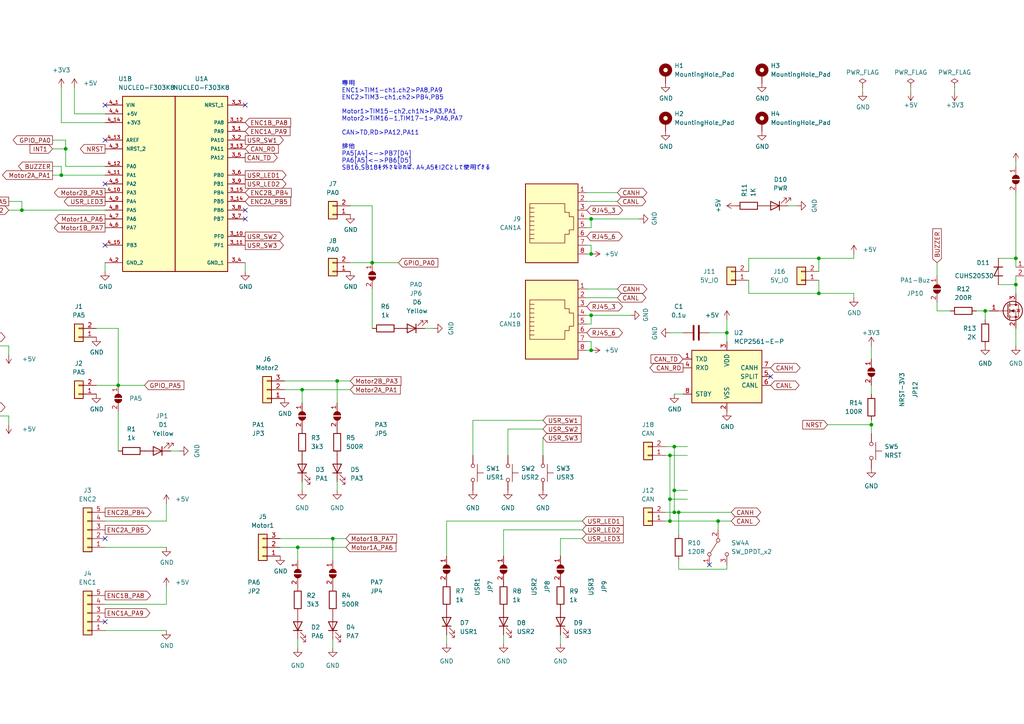
<source format=kicad_sch>
(kicad_sch (version 20231120) (generator "eeschema") (generator_version "8.0")
  (paper "A4")
  (lib_symbols
    (symbol "Connector:RJ45" (pin_names (offset 1.016))
      (property "Reference" "J" (at -5.08 13.97 0))
      (property "Value" "RJ45" (at 2.54 13.97 0))
      (symbol "RJ45_1_1"
        (pin passive line (at 10.16 -7.62 180) (length 2.54) (name "~") (number "1"))
        (pin passive line (at 10.16 -5.08 180) (length 2.54) (name "~") (number "2"))
        (pin passive line (at 10.16 -2.54 180) (length 2.54) (name "~") (number "3"))
        (pin passive line (at 10.16 0 180) (length 2.54) (name "~") (number "4"))
        (pin passive line (at 10.16 2.54 180) (length 2.54) (name "~") (number "5"))
        (pin passive line (at 10.16 5.08 180) (length 2.54) (name "~") (number "6"))
        (pin passive line (at 10.16 7.62 180) (length 2.54) (name "~") (number "7"))
        (pin passive line (at 10.16 10.16 180) (length 2.54) (name "~") (number "8"))
      )
    )
    (symbol "Connector_Generic:Conn_01x02" (pin_names (offset 1.016) hide)
      (property "Reference" "J" (at 0 2.54 0))
      (property "Value" "Conn_01x02" (at 0 -5.08 0))
      (symbol "Conn_01x02_1_1"
        (pin passive line (at -5.08 0 0) (length 3.81) (name "Pin_1") (number "1"))
        (pin passive line (at -5.08 -2.54 0) (length 3.81) (name "Pin_2") (number "2"))
      )
    )
    (symbol "Connector_Generic:Conn_01x03" (pin_names (offset 1.016) hide)
      (property "Reference" "J" (at 0 5.08 0))
      (property "Value" "Conn_01x03" (at 0 -5.08 0))
      (symbol "Conn_01x03_1_1"
        (pin passive line (at -5.08 2.54 0) (length 3.81) (name "Pin_1") (number "1"))
        (pin passive line (at -5.08 0 0) (length 3.81) (name "Pin_2") (number "2"))
        (pin passive line (at -5.08 -2.54 0) (length 3.81) (name "Pin_3") (number "3"))
      )
    )
    (symbol "Connector_Generic:Conn_01x05" (pin_names (offset 1.016) hide)
      (property "Reference" "J" (at 0 7.62 0))
      (property "Value" "Conn_01x05" (at 0 -7.62 0))
      (symbol "Conn_01x05_1_1"
        (pin passive line (at -5.08 5.08 0) (length 3.81) (name "Pin_1") (number "1"))
        (pin passive line (at -5.08 2.54 0) (length 3.81) (name "Pin_2") (number "2"))
        (pin passive line (at -5.08 0 0) (length 3.81) (name "Pin_3") (number "3"))
        (pin passive line (at -5.08 -2.54 0) (length 3.81) (name "Pin_4") (number "4"))
        (pin passive line (at -5.08 -5.08 0) (length 3.81) (name "Pin_5") (number "5"))
      )
    )
    (symbol "Device:C" (pin_numbers hide) (pin_names (offset 0.254))
      (property "Reference" "C" (at 0.635 2.54 0))
      (property "Value" "C" (at 0.635 -2.54 0))
      (symbol "C_1_1"
        (pin passive line (at 0 3.81 270) (length 2.794) (name "~") (number "1"))
        (pin passive line (at 0 -3.81 90) (length 2.794) (name "~") (number "2"))
      )
    )
    (symbol "Device:D_Shockley" (pin_numbers hide) (pin_names (offset 1.016) hide)
      (property "Reference" "D" (at 0 2.54 0))
      (property "Value" "D_Shockley" (at 0 -2.54 0))
      (symbol "D_Shockley_1_1"
        (pin passive line (at -3.81 0 0) (length 2.54) (name "K") (number "1"))
        (pin passive line (at 3.81 0 180) (length 2.54) (name "A") (number "2"))
      )
    )
    (symbol "Device:LED" (pin_numbers hide) (pin_names (offset 1.016) hide)
      (property "Reference" "D" (at 0 2.54 0))
      (property "Value" "LED" (at 0 -2.54 0))
      (symbol "LED_1_1"
        (pin passive line (at -3.81 0 0) (length 2.54) (name "K") (number "1"))
        (pin passive line (at 3.81 0 180) (length 2.54) (name "A") (number "2"))
      )
    )
    (symbol "Device:Q_NMOS_GSD" (pin_names (offset 0) hide)
      (property "Reference" "Q" (at 5.08 1.27 0))
      (property "Value" "Q_NMOS_GSD" (at 5.08 -1.27 0))
      (symbol "Q_NMOS_GSD_1_1"
        (pin input line (at -5.08 0 0) (length 2.54) (name "G") (number "1"))
        (pin passive line (at 2.54 -5.08 90) (length 2.54) (name "S") (number "2"))
        (pin passive line (at 2.54 5.08 270) (length 2.54) (name "D") (number "3"))
      )
    )
    (symbol "Device:R" (pin_numbers hide) (pin_names (offset 0))
      (property "Reference" "R" (at 2.032 0 90))
      (property "Value" "R" (at 0 0 90))
      (symbol "R_1_1"
        (pin passive line (at 0 3.81 270) (length 1.27) (name "~") (number "1"))
        (pin passive line (at 0 -3.81 90) (length 1.27) (name "~") (number "2"))
      )
    )
    (symbol "Device:Speaker" (pin_names (offset 0) hide)
      (property "Reference" "LS" (at 1.27 5.715 0))
      (property "Value" "Speaker" (at 1.27 3.81 0))
      (symbol "Speaker_1_1"
        (pin input line (at -5.08 0 0) (length 2.54) (name "1") (number "1"))
        (pin input line (at -5.08 -2.54 0) (length 2.54) (name "2") (number "2"))
      )
    )
    (symbol "Interface_CAN_LIN:MCP2561-E-P" (pin_names (offset 1.016))
      (property "Reference" "U" (at -10.16 8.89 0))
      (property "Value" "MCP2561-E-P" (at 2.54 8.89 0))
      (symbol "MCP2561-E-P_1_1"
        (pin input line (at -12.7 5.08 0) (length 2.54) (name "TXD") (number "1"))
        (pin power_in line (at 0 -10.16 90) (length 2.54) (name "VSS") (number "2"))
        (pin power_in line (at 0 10.16 270) (length 2.54) (name "VDD") (number "3"))
        (pin output line (at -12.7 2.54 0) (length 2.54) (name "RXD") (number "4"))
        (pin passive line (at 12.7 0 180) (length 2.54) (name "SPLIT") (number "5"))
        (pin bidirectional line (at 12.7 -2.54 180) (length 2.54) (name "CANL") (number "6"))
        (pin bidirectional line (at 12.7 2.54 180) (length 2.54) (name "CANH") (number "7"))
        (pin input line (at -12.7 -5.08 0) (length 2.54) (name "STBY") (number "8"))
      )
    )
    (symbol "Jumper:SolderJumper_2_Open" (pin_names (offset 0) hide)
      (property "Reference" "JP" (at 0 2.032 0))
      (property "Value" "SolderJumper_2_Open" (at 0 -2.54 0))
      (symbol "SolderJumper_2_Open_1_1"
        (pin passive line (at -3.81 0 0) (length 2.54) (name "A") (number "1"))
        (pin passive line (at 3.81 0 180) (length 2.54) (name "B") (number "2"))
      )
    )
    (symbol "Mechanical:MountingHole_Pad" (pin_numbers hide) (pin_names (offset 1.016) hide)
      (property "Reference" "H" (at 0 6.35 0))
      (property "Value" "MountingHole_Pad" (at 0 4.445 0))
      (symbol "MountingHole_Pad_1_1"
        (pin input line (at 0 -2.54 90) (length 2.54) (name "1") (number "1"))
      )
    )
    (symbol "NUCLEO-F303K8:NUCLEO-F303K8" (pin_names (offset 1.016))
      (property "Reference" "U" (at -7.6292 25.9456 0))
      (property "Value" "NUCLEO-F303K8" (at -7.6233 -27.7005 0))
      (symbol "NUCLEO-F303K8_1_0"
        (pin bidirectional line (at 12.7 15.24 180) (length 5.08) (name "PA9") (number "3_1"))
        (pin bidirectional line (at 12.7 -15.24 180) (length 5.08) (name "PF0") (number "3_10"))
        (pin bidirectional line (at 12.7 -17.78 180) (length 5.08) (name "PF1") (number "3_11"))
        (pin bidirectional line (at 12.7 17.78 180) (length 5.08) (name "PA8") (number "3_12"))
        (pin bidirectional line (at 12.7 10.16 180) (length 5.08) (name "PA11") (number "3_13"))
        (pin bidirectional line (at 12.7 -5.08 180) (length 5.08) (name "PB5") (number "3_14"))
        (pin bidirectional line (at 12.7 -2.54 180) (length 5.08) (name "PB4") (number "3_15"))
        (pin bidirectional line (at 12.7 12.7 180) (length 5.08) (name "PA10") (number "3_2"))
        (pin bidirectional line (at 12.7 22.86 180) (length 5.08) (name "NRST_1") (number "3_3"))
        (pin power_in line (at 12.7 -22.86 180) (length 5.08) (name "GND_1") (number "3_4"))
        (pin bidirectional line (at 12.7 7.62 180) (length 5.08) (name "PA12") (number "3_5"))
        (pin bidirectional line (at 12.7 2.54 180) (length 5.08) (name "PB0") (number "3_6"))
        (pin bidirectional line (at 12.7 -10.16 180) (length 5.08) (name "PB7") (number "3_7"))
        (pin bidirectional line (at 12.7 -7.62 180) (length 5.08) (name "PB6") (number "3_8"))
        (pin bidirectional line (at 12.7 0 180) (length 5.08) (name "PB1") (number "3_9"))
      )
      (symbol "NUCLEO-F303K8_2_0"
        (pin power_in line (at 12.7 22.86 180) (length 5.08) (name "VIN") (number "4_1"))
        (pin bidirectional line (at 12.7 -2.54 180) (length 5.08) (name "PA3") (number "4_10"))
        (pin bidirectional line (at 12.7 2.54 180) (length 5.08) (name "PA1") (number "4_11"))
        (pin bidirectional line (at 12.7 5.08 180) (length 5.08) (name "PA0") (number "4_12"))
        (pin bidirectional line (at 12.7 12.7 180) (length 5.08) (name "AREF") (number "4_13"))
        (pin power_in line (at 12.7 17.78 180) (length 5.08) (name "+3V3") (number "4_14"))
        (pin bidirectional line (at 12.7 -17.78 180) (length 5.08) (name "PB3") (number "4_15"))
        (pin power_in line (at 12.7 -22.86 180) (length 5.08) (name "GND_2") (number "4_2"))
        (pin bidirectional line (at 12.7 10.16 180) (length 5.08) (name "NRST_2") (number "4_3"))
        (pin power_in line (at 12.7 20.32 180) (length 5.08) (name "+5V") (number "4_4"))
        (pin bidirectional line (at 12.7 0 180) (length 5.08) (name "PA2") (number "4_5"))
        (pin bidirectional line (at 12.7 -12.7 180) (length 5.08) (name "PA7") (number "4_6"))
        (pin bidirectional line (at 12.7 -10.16 180) (length 5.08) (name "PA6") (number "4_7"))
        (pin bidirectional line (at 12.7 -7.62 180) (length 5.08) (name "PA5") (number "4_8"))
        (pin bidirectional line (at 12.7 -5.08 180) (length 5.08) (name "PA4") (number "4_9"))
      )
    )
    (symbol "Switch:SW_DPDT_x2" (pin_names (offset 0) hide)
      (property "Reference" "SW" (at 0 4.318 0))
      (property "Value" "SW_DPDT_x2" (at 0 -5.08 0))
      (symbol "SW_DPDT_x2_1_1"
        (pin passive line (at 5.08 2.54 180) (length 2.54) (name "A") (number "1"))
        (pin passive line (at -5.08 0 0) (length 2.54) (name "B") (number "2"))
        (pin passive line (at 5.08 -2.54 180) (length 2.54) (name "C") (number "3"))
      )
      (symbol "SW_DPDT_x2_2_1"
        (pin passive line (at 5.08 2.54 180) (length 2.54) (name "A") (number "4"))
        (pin passive line (at -5.08 0 0) (length 2.54) (name "B") (number "5"))
        (pin passive line (at 5.08 -2.54 180) (length 2.54) (name "C") (number "6"))
      )
    )
    (symbol "Switch:SW_Push" (pin_numbers hide) (pin_names (offset 1.016) hide)
      (property "Reference" "SW" (at 1.27 2.54 0))
      (property "Value" "SW_Push" (at 0 -1.524 0))
      (symbol "SW_Push_0_1"
        (pin passive line (at -5.08 0 0) (length 2.54) (name "1") (number "1"))
        (pin passive line (at 5.08 0 180) (length 2.54) (name "2") (number "2"))
      )
    )
    (symbol "power:+3V3" (power) (pin_names (offset 0))
      (property "Value" "+3V3" (at 0 3.556 0))
      (symbol "+3V3_1_1"
        (pin power_in line (at 0 0 90) (length 0) hide (name "+3V3") (number "1"))
      )
    )
    (symbol "power:+5V" (power) (pin_names (offset 0))
      (property "Value" "+5V" (at 0 3.556 0))
      (symbol "+5V_1_1"
        (pin power_in line (at 0 0 90) (length 0) hide (name "+5V") (number "1"))
      )
    )
    (symbol "power:GND" (power) (pin_names (offset 0))
      (property "Value" "GND" (at 0 -3.81 0))
      (symbol "GND_1_1"
        (pin power_in line (at 0 0 270) (length 0) hide (name "GND") (number "1"))
      )
    )
    (symbol "power:PWR_FLAG" (power) (pin_numbers hide) (pin_names (offset 0) hide)
      (property "Value" "PWR_FLAG" (at 0 3.81 0))
      (symbol "PWR_FLAG_0_0"
        (pin power_out line (at 0 0 90) (length 0) (name "pwr") (number "1"))
      )
    )
  )
  (junction (at 19.05 43.18))
  (junction (at 171.45 101.6))
  (junction (at 96.52 156.21))
  (junction (at 252.73 123.19))
  (junction (at 194.31 132.08))
  (junction (at 6.35 60.96))
  (junction (at 195.58 142.24))
  (junction (at 86.36 158.75))
  (junction (at 194.31 151.13))
  (junction (at 171.45 63.5))
  (junction (at 210.82 96.52))
  (junction (at 107.95 76.2))
  (junction (at 294.64 74.93))
  (junction (at 194.31 144.78))
  (junction (at 309.88 125.73))
  (junction (at 237.49 74.93))
  (junction (at 196.85 148.59))
  (junction (at 195.58 148.59))
  (junction (at 208.28 151.13))
  (junction (at 309.88 128.27))
  (junction (at 285.75 90.17))
  (junction (at 171.45 73.66))
  (junction (at 97.79 110.49))
  (junction (at 294.64 82.55))
  (junction (at 237.49 85.09))
  (junction (at 87.63 113.03))
  (junction (at 171.45 91.44))
  (junction (at 195.58 129.54))
  (junction (at 34.29 111.76))
  (junction (at 17.78 50.8))
  (no_connect (at 71.12 30.48))
  (no_connect (at 71.12 60.96))
  (no_connect (at 205.74 163.83))
  (no_connect (at 71.12 63.5))
  (no_connect (at 223.52 109.22))
  (no_connect (at 30.48 30.48))
  (no_connect (at 30.48 53.34))
  (no_connect (at 30.48 180.34))
  (no_connect (at 30.48 156.21))
  (no_connect (at 30.48 40.64))
  (no_connect (at 30.48 71.12))
  (wire (pts (xy 30.48 151.13) (xy 48.26 151.13)))
  (wire (pts (xy 34.29 119.38) (xy 34.29 130.81)))
  (wire (pts (xy 27.94 95.25) (xy 34.29 95.25)))
  (wire (pts (xy 48.26 151.13) (xy 48.26 146.05)))
  (wire (pts (xy 247.65 73.66) (xy 247.65 74.93)))
  (wire (pts (xy 96.52 156.21) (xy 81.28 156.21)))
  (wire (pts (xy 194.31 132.08) (xy 199.39 132.08)))
  (wire (pts (xy 309.88 125.73) (xy 314.96 125.73)))
  (wire (pts (xy 283.21 90.17) (xy 285.75 90.17)))
  (wire (pts (xy 170.18 93.98) (xy 171.45 93.98)))
  (wire (pts (xy 170.18 101.6) (xy 171.45 101.6)))
  (wire (pts (xy 19.05 48.26) (xy 19.05 43.18)))
  (wire (pts (xy 170.18 73.66) (xy 171.45 73.66)))
  (wire (pts (xy 294.64 80.01) (xy 294.64 82.55)))
  (wire (pts (xy 19.05 48.26) (xy 30.48 48.26)))
  (wire (pts (xy 217.17 81.28) (xy 217.17 85.09)))
  (wire (pts (xy 252.73 111.76) (xy 252.73 114.3)))
  (wire (pts (xy 195.58 129.54) (xy 195.58 142.24)))
  (wire (pts (xy 123.19 95.25) (xy 125.73 95.25)))
  (wire (pts (xy 309.88 128.27) (xy 309.88 130.81)))
  (wire (pts (xy 146.05 184.15) (xy 146.05 186.69)))
  (wire (pts (xy 97.79 139.7) (xy 97.79 142.24)))
  (wire (pts (xy 170.18 99.06) (xy 171.45 99.06)))
  (wire (pts (xy 19.05 43.18) (xy 19.05 40.64)))
  (wire (pts (xy 15.24 43.18) (xy 19.05 43.18)))
  (wire (pts (xy 170.18 55.88) (xy 179.07 55.88)))
  (wire (pts (xy 2.54 100.33) (xy -5.08 100.33)))
  (wire (pts (xy 170.18 83.82) (xy 179.07 83.82)))
  (wire (pts (xy 194.31 144.78) (xy 199.39 144.78)))
  (wire (pts (xy 96.52 185.42) (xy 96.52 187.96)))
  (wire (pts (xy 15.24 40.64) (xy 19.05 40.64)))
  (wire (pts (xy 2.54 58.42) (xy 6.35 58.42)))
  (wire (pts (xy 264.16 25.4) (xy 264.16 26.67)))
  (wire (pts (xy 205.74 96.52) (xy 210.82 96.52)))
  (wire (pts (xy 107.95 59.69) (xy 107.95 76.2)))
  (wire (pts (xy 34.29 95.25) (xy 34.29 111.76)))
  (wire (pts (xy 250.19 26.67) (xy 250.19 25.4)))
  (wire (pts (xy 107.95 76.2) (xy 115.57 76.2)))
  (wire (pts (xy 168.91 151.13) (xy 129.54 151.13)))
  (wire (pts (xy 196.85 162.56) (xy 196.85 165.1)))
  (wire (pts (xy 162.56 184.15) (xy 162.56 186.69)))
  (wire (pts (xy 168.91 153.67) (xy 146.05 153.67)))
  (wire (pts (xy 87.63 139.7) (xy 87.63 142.24)))
  (wire (pts (xy 15.24 48.26) (xy 17.78 48.26)))
  (wire (pts (xy 208.28 151.13) (xy 212.09 151.13)))
  (wire (pts (xy 137.16 132.08) (xy 137.16 121.92)))
  (wire (pts (xy 2.54 120.65) (xy -5.08 120.65)))
  (wire (pts (xy 217.17 74.93) (xy 237.49 74.93)))
  (wire (pts (xy 195.58 142.24) (xy 199.39 142.24)))
  (wire (pts (xy 237.49 85.09) (xy 247.65 85.09)))
  (wire (pts (xy 170.18 66.04) (xy 171.45 66.04)))
  (wire (pts (xy 2.54 60.96) (xy 6.35 60.96)))
  (wire (pts (xy 271.78 87.63) (xy 271.78 90.17)))
  (wire (pts (xy 237.49 74.93) (xy 247.65 74.93)))
  (wire (pts (xy 196.85 165.1) (xy 210.82 165.1)))
  (wire (pts (xy 285.75 90.17) (xy 287.02 90.17)))
  (wire (pts (xy 193.04 129.54) (xy 195.58 129.54)))
  (wire (pts (xy 100.33 156.21) (xy 96.52 156.21)))
  (wire (pts (xy 49.53 130.81) (xy 52.07 130.81)))
  (wire (pts (xy 86.36 185.42) (xy 86.36 187.96)))
  (wire (pts (xy 182.88 91.44) (xy 171.45 91.44)))
  (wire (pts (xy 309.88 125.73) (xy 309.88 121.92)))
  (wire (pts (xy 289.56 82.55) (xy 294.64 82.55)))
  (wire (pts (xy 162.56 161.29) (xy 162.56 156.21)))
  (wire (pts (xy 294.64 74.93) (xy 294.64 77.47)))
  (wire (pts (xy 240.03 123.19) (xy 252.73 123.19)))
  (wire (pts (xy 107.95 83.82) (xy 107.95 95.25)))
  (wire (pts (xy 162.56 156.21) (xy 168.91 156.21)))
  (wire (pts (xy 294.64 82.55) (xy 294.64 85.09)))
  (wire (pts (xy 2.54 102.87) (xy 2.54 100.33)))
  (wire (pts (xy 194.31 132.08) (xy 194.31 144.78)))
  (wire (pts (xy 285.75 92.71) (xy 285.75 90.17)))
  (wire (pts (xy 196.85 148.59) (xy 212.09 148.59)))
  (wire (pts (xy 15.24 50.8) (xy 17.78 50.8)))
  (wire (pts (xy 247.65 85.09) (xy 247.65 86.36)))
  (wire (pts (xy 87.63 113.03) (xy 87.63 116.84)))
  (wire (pts (xy 196.85 148.59) (xy 196.85 154.94)))
  (wire (pts (xy 97.79 110.49) (xy 82.55 110.49)))
  (wire (pts (xy 157.48 127) (xy 157.48 132.08)))
  (wire (pts (xy 21.59 25.4) (xy 21.59 33.02)))
  (wire (pts (xy 87.63 113.03) (xy 82.55 113.03)))
  (wire (pts (xy 210.82 92.71) (xy 210.82 96.52)))
  (wire (pts (xy 171.45 71.12) (xy 171.45 73.66)))
  (wire (pts (xy 86.36 158.75) (xy 81.28 158.75)))
  (wire (pts (xy 309.88 128.27) (xy 314.96 128.27)))
  (wire (pts (xy 2.54 123.19) (xy 2.54 120.65)))
  (wire (pts (xy 129.54 151.13) (xy 129.54 161.29)))
  (wire (pts (xy 34.29 111.76) (xy 41.91 111.76)))
  (wire (pts (xy 6.35 60.96) (xy 6.35 58.42)))
  (wire (pts (xy 217.17 78.74) (xy 217.17 74.93)))
  (wire (pts (xy 147.32 124.46) (xy 157.48 124.46)))
  (wire (pts (xy 208.28 151.13) (xy 208.28 153.67)))
  (wire (pts (xy 170.18 71.12) (xy 171.45 71.12)))
  (wire (pts (xy 97.79 110.49) (xy 97.79 116.84)))
  (wire (pts (xy 237.49 74.93) (xy 237.49 78.74)))
  (wire (pts (xy 100.33 158.75) (xy 86.36 158.75)))
  (wire (pts (xy 96.52 156.21) (xy 96.52 162.56)))
  (wire (pts (xy 171.45 91.44) (xy 171.45 93.98)))
  (wire (pts (xy 294.64 46.99) (xy 294.64 48.26)))
  (wire (pts (xy 307.34 128.27) (xy 309.88 128.27)))
  (wire (pts (xy 137.16 121.92) (xy 157.48 121.92)))
  (wire (pts (xy 271.78 90.17) (xy 275.59 90.17)))
  (wire (pts (xy 129.54 184.15) (xy 129.54 186.69)))
  (wire (pts (xy 194.31 144.78) (xy 194.31 151.13)))
  (wire (pts (xy 48.26 175.26) (xy 48.26 170.18)))
  (wire (pts (xy 228.6 59.69) (xy 231.14 59.69)))
  (wire (pts (xy 170.18 91.44) (xy 171.45 91.44)))
  (wire (pts (xy 294.64 55.88) (xy 294.64 74.93)))
  (wire (pts (xy 170.18 86.36) (xy 179.07 86.36)))
  (wire (pts (xy 30.48 78.74) (xy 30.48 76.2)))
  (wire (pts (xy 170.18 63.5) (xy 171.45 63.5)))
  (wire (pts (xy 195.58 142.24) (xy 195.58 148.59)))
  (wire (pts (xy 195.58 114.3) (xy 198.12 114.3)))
  (wire (pts (xy 101.6 110.49) (xy 97.79 110.49)))
  (wire (pts (xy 252.73 100.33) (xy 252.73 104.14)))
  (wire (pts (xy 185.42 63.5) (xy 171.45 63.5)))
  (wire (pts (xy 271.78 76.2) (xy 271.78 80.01)))
  (wire (pts (xy 210.82 163.83) (xy 210.82 165.1)))
  (wire (pts (xy 101.6 76.2) (xy 107.95 76.2)))
  (wire (pts (xy 252.73 121.92) (xy 252.73 123.19)))
  (wire (pts (xy 171.45 99.06) (xy 171.45 101.6)))
  (wire (pts (xy 237.49 81.28) (xy 237.49 85.09)))
  (wire (pts (xy 86.36 158.75) (xy 86.36 162.56)))
  (wire (pts (xy 307.34 125.73) (xy 309.88 125.73)))
  (wire (pts (xy -5.08 123.19) (xy -3.81 123.19)))
  (wire (pts (xy 294.64 95.25) (xy 294.64 100.33)))
  (wire (pts (xy 194.31 151.13) (xy 208.28 151.13)))
  (wire (pts (xy 147.32 132.08) (xy 147.32 124.46)))
  (wire (pts (xy 71.12 78.74) (xy 71.12 76.2)))
  (wire (pts (xy 6.35 60.96) (xy 30.48 60.96)))
  (wire (pts (xy 21.59 33.02) (xy 30.48 33.02)))
  (wire (pts (xy 193.04 148.59) (xy 195.58 148.59)))
  (wire (pts (xy 27.94 111.76) (xy 34.29 111.76)))
  (wire (pts (xy 195.58 129.54) (xy 199.39 129.54)))
  (wire (pts (xy 252.73 125.73) (xy 252.73 123.19)))
  (wire (pts (xy 210.82 96.52) (xy 210.82 99.06)))
  (wire (pts (xy 217.17 85.09) (xy 237.49 85.09)))
  (wire (pts (xy -5.08 102.87) (xy -3.81 102.87)))
  (wire (pts (xy 17.78 50.8) (xy 30.48 50.8)))
  (wire (pts (xy 30.48 175.26) (xy 48.26 175.26)))
  (wire (pts (xy 17.78 25.4) (xy 17.78 35.56)))
  (wire (pts (xy 194.31 96.52) (xy 198.12 96.52)))
  (wire (pts (xy 146.05 153.67) (xy 146.05 161.29)))
  (wire (pts (xy 195.58 148.59) (xy 196.85 148.59)))
  (wire (pts (xy 276.86 25.4) (xy 276.86 26.67)))
  (wire (pts (xy 101.6 59.69) (xy 107.95 59.69)))
  (wire (pts (xy 193.04 151.13) (xy 194.31 151.13)))
  (wire (pts (xy 48.26 158.75) (xy 30.48 158.75)))
  (wire (pts (xy 193.04 132.08) (xy 194.31 132.08)))
  (wire (pts (xy 170.18 58.42) (xy 179.07 58.42)))
  (wire (pts (xy 101.6 113.03) (xy 87.63 113.03)))
  (wire (pts (xy 17.78 48.26) (xy 17.78 50.8)))
  (wire (pts (xy 171.45 63.5) (xy 171.45 66.04)))
  (wire (pts (xy 17.78 35.56) (xy 30.48 35.56)))
  (wire (pts (xy 48.26 182.88) (xy 30.48 182.88)))
  (wire (pts (xy 289.56 74.93) (xy 294.64 74.93)))
  (text "専用\nENC1>TIM1-ch1.ch2>PA8,PA9\nENC2>TIM3-ch1,ch2>PB4,PB5\n\nMotor1>TIM15-ch2,ch1N>PA3,PA1\nMotor2>TIM16-1,TIM17-1>,PA6,PA7\n\nCAN>TD,RD>PA12,PA11" (at 99.06 39.37 0) (effects (font (size 1.27 1.27)) (justify left bottom)))
  (text "排他\nPA5[A4]<->PB7[D4]\nPA6[A5]<->PB6[D5]\nSB16,SB18を外さなければ、A4,A5をI2Cとして使用できる" (at 99.06 49.53 0) (effects (font (size 1.27 1.27)) (justify left bottom)))
  (global_label "USR_SW3" (shape output) (at 71.12 71.12 0) (property "Intersheetrefs" "${INTERSHEET_REFS}" (effects (hide yes))))
  (global_label "RJ45_6" (shape bidirectional) (at 170.18 68.58 0) (property "Intersheetrefs" "${INTERSHEET_REFS}" (effects (hide yes))))
  (global_label "USR_SW3" (shape input) (at 157.48 127 0) (property "Intersheetrefs" "${INTERSHEET_REFS}" (effects (hide yes))))
  (global_label "ENC2B_PB4" (shape input) (at 71.12 55.88 0) (property "Intersheetrefs" "${INTERSHEET_REFS}" (effects (hide yes))))
  (global_label "CANH" (shape bidirectional) (at 179.07 83.82 0) (property "Intersheetrefs" "${INTERSHEET_REFS}" (effects (hide yes))))
  (global_label "ENC1A_PA9" (shape input) (at 71.12 38.1 0) (property "Intersheetrefs" "${INTERSHEET_REFS}" (effects (hide yes))))
  (global_label "ENC1A_PA9" (shape output) (at 30.48 177.8 0) (property "Intersheetrefs" "${INTERSHEET_REFS}" (effects (hide yes))))
  (global_label "USR_SW2" (shape output) (at 71.12 68.58 0) (property "Intersheetrefs" "${INTERSHEET_REFS}" (effects (hide yes))))
  (global_label "RJ45_3" (shape bidirectional) (at 170.18 88.9 0) (property "Intersheetrefs" "${INTERSHEET_REFS}" (effects (hide yes))))
  (global_label "RJ45_6" (shape bidirectional) (at 170.18 96.52 0) (property "Intersheetrefs" "${INTERSHEET_REFS}" (effects (hide yes))))
  (global_label "NRST" (shape input) (at 240.03 123.19 180) (property "Intersheetrefs" "${INTERSHEET_REFS}" (effects (hide yes))))
  (global_label "ENC2B_PB4" (shape output) (at 30.48 148.59 0) (property "Intersheetrefs" "${INTERSHEET_REFS}" (effects (hide yes))))
  (global_label "INT1" (shape output) (at -5.08 97.79 0) (property "Intersheetrefs" "${INTERSHEET_REFS}" (effects (hide yes))))
  (global_label "NRST" (shape output) (at 30.48 43.18 180) (property "Intersheetrefs" "${INTERSHEET_REFS}" (effects (hide yes))))
  (global_label "CANL" (shape bidirectional) (at 179.07 86.36 0) (property "Intersheetrefs" "${INTERSHEET_REFS}" (effects (hide yes))))
  (global_label "CANL" (shape bidirectional) (at 212.09 151.13 0) (property "Intersheetrefs" "${INTERSHEET_REFS}" (effects (hide yes))))
  (global_label "GPIO_PA5" (shape input) (at 41.91 111.76 0) (property "Intersheetrefs" "${INTERSHEET_REFS}" (effects (hide yes))))
  (global_label "RJ45_3" (shape bidirectional) (at 170.18 60.96 0) (property "Intersheetrefs" "${INTERSHEET_REFS}" (effects (hide yes))))
  (global_label "Motor1A_PA6" (shape input) (at 100.33 158.75 0) (property "Intersheetrefs" "${INTERSHEET_REFS}" (effects (hide yes))))
  (global_label "ENC2A_PB5" (shape input) (at 71.12 58.42 0) (property "Intersheetrefs" "${INTERSHEET_REFS}" (effects (hide yes))))
  (global_label "USR_SW2" (shape input) (at 157.48 124.46 0) (property "Intersheetrefs" "${INTERSHEET_REFS}" (effects (hide yes))))
  (global_label "USR_LED2" (shape input) (at 168.91 153.67 0) (property "Intersheetrefs" "${INTERSHEET_REFS}" (effects (hide yes))))
  (global_label "INT2" (shape output) (at -5.08 118.11 0) (property "Intersheetrefs" "${INTERSHEET_REFS}" (effects (hide yes))))
  (global_label "ENC2A_PB5" (shape output) (at 30.48 153.67 0) (property "Intersheetrefs" "${INTERSHEET_REFS}" (effects (hide yes))))
  (global_label "BUZZER" (shape input) (at 271.78 76.2 90) (property "Intersheetrefs" "${INTERSHEET_REFS}" (effects (hide yes))))
  (global_label "GPIO_PA5" (shape output) (at 2.54 58.42 180) (property "Intersheetrefs" "${INTERSHEET_REFS}" (effects (hide yes))))
  (global_label "USR_LED3" (shape input) (at 168.91 156.21 0) (property "Intersheetrefs" "${INTERSHEET_REFS}" (effects (hide yes))))
  (global_label "Motor1A_PA6" (shape output) (at 30.48 63.5 180) (property "Intersheetrefs" "${INTERSHEET_REFS}" (effects (hide yes))))
  (global_label "CANH" (shape bidirectional) (at 212.09 148.59 0) (property "Intersheetrefs" "${INTERSHEET_REFS}" (effects (hide yes))))
  (global_label "USR_LED3" (shape output) (at 30.48 58.42 180) (property "Intersheetrefs" "${INTERSHEET_REFS}" (effects (hide yes))))
  (global_label "INT2" (shape input) (at 2.54 60.96 180) (property "Intersheetrefs" "${INTERSHEET_REFS}" (effects (hide yes))))
  (global_label "Motor2B_PA3" (shape input) (at 101.6 110.49 0) (property "Intersheetrefs" "${INTERSHEET_REFS}" (effects (hide yes))))
  (global_label "GPIO_PA0" (shape input) (at 115.57 76.2 0) (property "Intersheetrefs" "${INTERSHEET_REFS}" (effects (hide yes))))
  (global_label "CAN_RD" (shape input) (at 71.12 43.18 0) (property "Intersheetrefs" "${INTERSHEET_REFS}" (effects (hide yes))))
  (global_label "INT1" (shape input) (at 15.24 43.18 180) (property "Intersheetrefs" "${INTERSHEET_REFS}" (effects (hide yes))))
  (global_label "Motor1B_PA7" (shape output) (at 30.48 66.04 180) (property "Intersheetrefs" "${INTERSHEET_REFS}" (effects (hide yes))))
  (global_label "USR_LED1" (shape output) (at 71.12 50.8 0) (property "Intersheetrefs" "${INTERSHEET_REFS}" (effects (hide yes))))
  (global_label "BUZZER" (shape output) (at 15.24 48.26 180) (property "Intersheetrefs" "${INTERSHEET_REFS}" (effects (hide yes))))
  (global_label "USR_SW1" (shape output) (at 71.12 40.64 0) (property "Intersheetrefs" "${INTERSHEET_REFS}" (effects (hide yes))))
  (global_label "ENC1B_PA8" (shape input) (at 71.12 35.56 0) (property "Intersheetrefs" "${INTERSHEET_REFS}" (effects (hide yes))))
  (global_label "Motor2A_PA1" (shape output) (at 15.24 50.8 180) (property "Intersheetrefs" "${INTERSHEET_REFS}" (effects (hide yes))))
  (global_label "Motor1B_PA7" (shape input) (at 100.33 156.21 0) (property "Intersheetrefs" "${INTERSHEET_REFS}" (effects (hide yes))))
  (global_label "CANL" (shape bidirectional) (at 179.07 58.42 0) (property "Intersheetrefs" "${INTERSHEET_REFS}" (effects (hide yes))))
  (global_label "CAN_TD" (shape input) (at 198.12 104.14 180) (property "Intersheetrefs" "${INTERSHEET_REFS}" (effects (hide yes))))
  (global_label "USR_LED2" (shape output) (at 71.12 53.34 0) (property "Intersheetrefs" "${INTERSHEET_REFS}" (effects (hide yes))))
  (global_label "CAN_RD" (shape output) (at 198.12 106.68 180) (property "Intersheetrefs" "${INTERSHEET_REFS}" (effects (hide yes))))
  (global_label "ENC1B_PA8" (shape output) (at 30.48 172.72 0) (property "Intersheetrefs" "${INTERSHEET_REFS}" (effects (hide yes))))
  (global_label "USR_LED1" (shape input) (at 168.91 151.13 0) (property "Intersheetrefs" "${INTERSHEET_REFS}" (effects (hide yes))))
  (global_label "USR_SW1" (shape input) (at 157.48 121.92 0) (property "Intersheetrefs" "${INTERSHEET_REFS}" (effects (hide yes))))
  (global_label "Motor2A_PA1" (shape input) (at 101.6 113.03 0) (property "Intersheetrefs" "${INTERSHEET_REFS}" (effects (hide yes))))
  (global_label "CANH" (shape bidirectional) (at 223.52 106.68 0) (property "Intersheetrefs" "${INTERSHEET_REFS}" (effects (hide yes))))
  (global_label "CANH" (shape bidirectional) (at 179.07 55.88 0) (property "Intersheetrefs" "${INTERSHEET_REFS}" (effects (hide yes))))
  (global_label "CANL" (shape bidirectional) (at 223.52 111.76 0) (property "Intersheetrefs" "${INTERSHEET_REFS}" (effects (hide yes))))
  (global_label "CAN_TD" (shape output) (at 71.12 45.72 0) (property "Intersheetrefs" "${INTERSHEET_REFS}" (effects (hide yes))))
  (global_label "Motor2B_PA3" (shape output) (at 30.48 55.88 180) (property "Intersheetrefs" "${INTERSHEET_REFS}" (effects (hide yes))))
  (global_label "GPIO_PA0" (shape output) (at 15.24 40.64 180) (property "Intersheetrefs" "${INTERSHEET_REFS}" (effects (hide yes))))
  (symbol (lib_id "power:+5V") (at 2.54 102.87 180) (unit 1)
    (property "Reference" "#PWR053" (effects (hide yes)))
    (property "Value" "+5V" (at 6.35 104.1399 0) (effects (justify right)))
  )
  (symbol (lib_id "Device:LED") (at 129.54 180.34 90) (unit 1)
    (property "Reference" "D7" (at 133.35 180.6574 90) (effects (justify right)))
    (property "Value" "USR1" (at 133.35 183.1974 90) (effects (justify right)))
    (property "Footprint" "LED_SMD:LED_0603_1608Metric_Pad1.05x0.95mm_HandSolder" (effects (hide yes)))
    (property "Datasheet" "https://akizukidenshi.com/catalog/g/gI-11879/" (effects (hide yes)))
  )
  (symbol (lib_id "Device:R") (at 86.36 173.99 0) (unit 1)
    (property "Reference" "R2" (at 88.9 172.7199 0) (effects (justify left)))
    (property "Value" "3k3" (at 88.9 175.2599 0) (effects (justify left)))
    (property "Footprint" "Resistor_SMD:R_0805_2012Metric_Pad1.20x1.40mm_HandSolder" (effects (hide yes)))
  )
  (symbol (lib_id "Jumper:SolderJumper_2_Open") (at 146.05 165.1 270) (unit 1)
    (property "Reference" "JP8" (at 158.75 170.18 0))
    (property "Value" "USR2" (at 154.94 170.18 0))
    (property "Footprint" "Original:solderbridge" (effects (hide yes)))
  )
  (symbol (lib_id "power:+5V") (at 171.45 73.66 270) (unit 1)
    (property "Reference" "#PWR028" (effects (hide yes)))
    (property "Value" "+5V" (at 175.26 73.6599 90) (effects (justify left)))
  )
  (symbol (lib_id "Jumper:SolderJumper_2_Open") (at 162.56 165.1 270) (unit 1)
    (property "Reference" "JP9" (at 175.26 170.18 0))
    (property "Value" "USR3" (at 171.45 170.18 0))
    (property "Footprint" "Original:solderbridge" (effects (hide yes)))
  )
  (symbol (lib_id "power:GND") (at 125.73 95.25 90) (unit 1)
    (property "Reference" "#PWR020" (effects (hide yes)))
    (property "Value" "GND" (at 130.81 95.25 0))
  )
  (symbol (lib_id "Device:Speaker") (at 299.72 77.47 0) (unit 1)
    (property "Reference" "LS1" (at 304.8 77.4699 0) (effects (justify left)))
    (property "Value" "UGCT7525AN4" (at 304.8 80.0099 0) (effects (justify left)))
    (property "Footprint" "Original:UGCT7525AN4" (effects (hide yes)))
  )
  (symbol (lib_id "power:GND") (at 97.79 142.24 0) (unit 1)
    (property "Reference" "#PWR017" (effects (hide yes)))
    (property "Value" "GND" (at 97.79 147.32 0))
  )
  (symbol (lib_id "power:+3V3") (at 309.88 121.92 0) (unit 1)
    (property "Reference" "#PWR041" (effects (hide yes)))
    (property "Value" "+3V3" (at 312.42 118.11 0) (effects (justify right)))
  )
  (symbol (lib_id "Jumper:SolderJumper_2_Open") (at 97.79 120.65 270) (unit 1)
    (property "Reference" "JP5" (at 110.49 125.73 90))
    (property "Value" "PA3" (at 110.49 123.19 90))
    (property "Footprint" "Original:solderbridge" (effects (hide yes)))
  )
  (symbol (lib_id "Mechanical:MountingHole_Pad") (at 220.98 21.59 0) (unit 1)
    (property "Reference" "H3" (at 223.52 19.0499 0) (effects (justify left)))
    (property "Value" "MountingHole_Pad" (at 223.52 21.5899 0) (effects (justify left)))
    (property "Footprint" "MountingHole:MountingHole_3.2mm_M3_DIN965_Pad" (effects (hide yes)))
  )
  (symbol (lib_id "power:GND") (at 27.94 114.3 0) (unit 1)
    (property "Reference" "#PWR04" (effects (hide yes)))
    (property "Value" "GND" (at 28.067 118.6942 0))
  )
  (symbol (lib_id "power:GND") (at 30.48 78.74 0) (unit 1)
    (property "Reference" "#PWR05" (effects (hide yes)))
    (property "Value" "GND" (at 30.607 83.1342 0))
  )
  (symbol (lib_id "Device:C") (at 201.93 96.52 90) (unit 1)
    (property "Reference" "C1" (at 196.85 88.9 90))
    (property "Value" "0.1u" (at 196.85 91.44 90))
    (property "Footprint" "Capacitor_SMD:C_0805_2012Metric_Pad1.18x1.45mm_HandSolder" (effects (hide yes)))
  )
  (symbol (lib_id "power:GND") (at 86.36 187.96 0) (unit 1)
    (property "Reference" "#PWR014" (effects (hide yes)))
    (property "Value" "GND" (at 86.36 193.04 0))
  )
  (symbol (lib_id "power:+5V") (at 210.82 92.71 0) (unit 1)
    (property "Reference" "#PWR035" (effects (hide yes)))
    (property "Value" "+5V" (at 204.47 91.44 0) (effects (justify left)))
  )
  (symbol (lib_id "Device:R") (at 97.79 128.27 0) (unit 1)
    (property "Reference" "R5" (at 100.33 126.9999 0) (effects (justify left)))
    (property "Value" "500R" (at 100.33 129.5399 0) (effects (justify left)))
    (property "Footprint" "Resistor_SMD:R_0805_2012Metric_Pad1.20x1.40mm_HandSolder" (effects (hide yes)))
  )
  (symbol (lib_id "power:GND") (at 101.6 62.23 0) (unit 1)
    (property "Reference" "#PWR018" (effects (hide yes)))
    (property "Value" "GND" (at 101.727 66.6242 0))
  )
  (symbol (lib_id "power:GND") (at 182.88 91.44 90) (unit 1)
    (property "Reference" "#PWR029" (effects (hide yes)))
    (property "Value" "GND" (at 187.2742 91.313 0))
  )
  (symbol (lib_id "Jumper:SolderJumper_2_Open") (at 86.36 166.37 90) (mirror x) (unit 1)
    (property "Reference" "JP2" (at 73.66 171.45 90))
    (property "Value" "PA6" (at 73.66 168.91 90))
    (property "Footprint" "Original:solderbridge" (effects (hide yes)))
  )
  (symbol (lib_id "Mechanical:MountingHole_Pad") (at 193.04 21.59 0) (unit 1)
    (property "Reference" "H1" (at 195.58 19.0499 0) (effects (justify left)))
    (property "Value" "MountingHole_Pad" (at 195.58 21.5899 0) (effects (justify left)))
    (property "Footprint" "MountingHole:MountingHole_3.2mm_M3_DIN965_Pad" (effects (hide yes)))
  )
  (symbol (lib_id "power:+5V") (at 48.26 170.18 0) (mirror y) (unit 1)
    (property "Reference" "#PWR08" (effects (hide yes)))
    (property "Value" "+5V" (at 50.8 168.9099 0) (effects (justify right)))
  )
  (symbol (lib_id "Device:R") (at 146.05 172.72 0) (unit 1)
    (property "Reference" "R8" (at 148.59 171.4499 0) (effects (justify left)))
    (property "Value" "1k" (at 148.59 173.9899 0) (effects (justify left)))
    (property "Footprint" "Resistor_SMD:R_0805_2012Metric_Pad1.20x1.40mm_HandSolder" (effects (hide yes)))
  )
  (symbol (lib_id "Jumper:SolderJumper_2_Open") (at 87.63 120.65 90) (mirror x) (unit 1)
    (property "Reference" "JP3" (at 74.93 125.73 90))
    (property "Value" "PA1" (at 74.93 123.19 90))
    (property "Footprint" "Original:solderbridge" (effects (hide yes)))
  )
  (symbol (lib_id "power:GND") (at -3.81 123.19 0) (unit 1)
    (property "Reference" "#PWR052" (effects (hide yes)))
    (property "Value" "GND" (at -3.683 127.5842 0))
  )
  (symbol (lib_id "Device:D_Shockley") (at 289.56 78.74 90) (mirror x) (unit 1)
    (property "Reference" "D11" (at 283.21 76.2 90) (effects (justify right)))
    (property "Value" "CUHS20S30" (at 276.86 80.01 90) (effects (justify right)))
    (property "Footprint" "Diode_SMD:D_TUMD2" (effects (hide yes)))
  )
  (symbol (lib_id "Connector_Generic:Conn_01x05") (at 25.4 177.8 180) (unit 1)
    (property "Reference" "J4" (at 25.4 166.37 0))
    (property "Value" "ENC1" (at 25.4 168.91 0))
    (property "Footprint" "Connector_JST_XA:JST_XA_B05B-XASK-1_1x05_P2.50mm_Vertical" (effects (hide yes)))
  )
  (symbol (lib_id "power:GND") (at 193.04 38.1 0) (unit 1)
    (property "Reference" "#PWR032" (effects (hide yes)))
    (property "Value" "GND" (at 193.167 42.4942 0))
  )
  (symbol (lib_id "power:GND") (at 195.58 114.3 0) (unit 1)
    (property "Reference" "#PWR034" (effects (hide yes)))
    (property "Value" "GND" (at 195.707 118.6942 0))
  )
  (symbol (lib_id "Connector_Generic:Conn_01x02") (at 212.09 81.28 180) (unit 1)
    (property "Reference" "J11" (at 205.74 78.74 0))
    (property "Value" "5V_IO" (at 205.74 81.28 0))
    (property "Footprint" "Connector_JST_XA:JST_XA_B02B-XASK-1_1x02_P2.50mm_Vertical" (effects (hide yes)))
  )
  (symbol (lib_id "Device:LED") (at 87.63 135.89 90) (unit 1)
    (property "Reference" "D3" (at 91.44 136.2074 90) (effects (justify right)))
    (property "Value" "PA1" (at 91.44 138.7474 90) (effects (justify right)))
    (property "Footprint" "LED_SMD:LED_0603_1608Metric_Pad1.05x0.95mm_HandSolder" (effects (hide yes)))
    (property "Datasheet" "https://akizukidenshi.com/catalog/g/gI-11879/" (effects (hide yes)))
  )
  (symbol (lib_id "NUCLEO-F303K8:NUCLEO-F303K8") (at 58.42 53.34 0) (unit 1)
    (property "Reference" "U1" (at 58.42 22.86 0))
    (property "Value" "NUCLEO-F303K8" (at 58.42 25.4 0))
    (property "Footprint" "NUCLEO-F303K8:MODULE_NUCLEO-F303K8" (effects (hide yes)))
    (property "PARTREV" "5" (effects (hide yes)))
    (property "MANUFACTURER" "STMicroelectronics" (effects (hide yes)))
    (property "SNAPEDA_PN" "NUCLEO-F303K8" (effects (hide yes)))
    (property "MAXIMUM_PACKAGE_HEIGHT" "N/A" (effects (hide yes)))
    (property "STANDARD" "Manufacturer Recommendations" (effects (hide yes)))
  )
  (symbol (lib_id "power:GND") (at 247.65 86.36 0) (unit 1)
    (property "Reference" "#PWR043" (effects (hide yes)))
    (property "Value" "GND" (at 247.777 90.7542 0))
  )
  (symbol (lib_id "Connector_Generic:Conn_01x02") (at 22.86 97.79 180) (unit 1)
    (property "Reference" "J1" (at 22.86 88.9 0))
    (property "Value" "PA5" (at 22.86 91.44 0))
    (property "Footprint" "Connector_PinHeader_2.54mm:PinHeader_1x02_P2.54mm_Vertical" (effects (hide yes)))
  )
  (symbol (lib_id "power:GND") (at 309.88 130.81 0) (unit 1)
    (property "Reference" "#PWR045" (effects (hide yes)))
    (property "Value" "GND" (at 310.007 135.2042 0))
  )
  (symbol (lib_id "power:GND") (at 137.16 142.24 0) (unit 1)
    (property "Reference" "#PWR022" (effects (hide yes)))
    (property "Value" "GND" (at 137.16 147.32 0))
  )
  (symbol (lib_id "power:GND") (at 101.6 78.74 0) (unit 1)
    (property "Reference" "#PWR019" (effects (hide yes)))
    (property "Value" "GND" (at 101.727 83.1342 0))
  )
  (symbol (lib_id "Device:LED") (at 162.56 180.34 90) (unit 1)
    (property "Reference" "D9" (at 166.37 180.6574 90) (effects (justify right)))
    (property "Value" "USR3" (at 166.37 183.1974 90) (effects (justify right)))
    (property "Footprint" "LED_SMD:LED_0603_1608Metric_Pad1.05x0.95mm_HandSolder" (effects (hide yes)))
    (property "Datasheet" "https://akizukidenshi.com/catalog/g/gI-11879/" (effects (hide yes)))
  )
  (symbol (lib_id "Connector:RJ45") (at 160.02 63.5 0) (mirror x) (unit 1)
    (property "Reference" "J9" (at 151.13 63.4999 0) (effects (justify right)))
    (property "Value" "CAN1A" (at 151.13 66.0399 0) (effects (justify right)))
    (property "Footprint" "Original:Kai_LAN_RJ45_Neltron_Industrial_7810-8P8C" (effects (hide yes)))
    (property "Datasheet" "https://akizukidenshi.com/catalog/g/gC-00159/" (effects (hide yes)))
  )
  (symbol (lib_id "Device:LED") (at 119.38 95.25 180) (unit 1)
    (property "Reference" "D6" (at 120.9675 87.63 0))
    (property "Value" "Yellow" (at 120.9675 90.17 0))
    (property "Footprint" "LED_SMD:LED_0603_1608Metric_Pad1.05x0.95mm_HandSolder" (effects (hide yes)))
  )
  (symbol (lib_id "Connector_Generic:Conn_01x03") (at -10.16 100.33 180) (unit 1)
    (property "Reference" "J14" (at -10.16 91.44 0))
    (property "Value" "Int1" (at -10.16 93.98 0))
    (property "Footprint" "Connector_JST_XA:JST_XA_B03B-XASK-1_1x03_P2.50mm_Vertical" (effects (hide yes)))
  )
  (symbol (lib_id "power:GND") (at 129.54 186.69 0) (unit 1)
    (property "Reference" "#PWR021" (effects (hide yes)))
    (property "Value" "GND" (at 129.54 191.77 0))
  )
  (symbol (lib_id "power:GND") (at 96.52 187.96 0) (unit 1)
    (property "Reference" "#PWR016" (effects (hide yes)))
    (property "Value" "GND" (at 96.52 193.04 0))
  )
  (symbol (lib_id "power:PWR_FLAG") (at 264.16 25.4 0) (unit 1)
    (property "Reference" "#FLG02" (effects (hide yes)))
    (property "Value" "PWR_FLAG" (at 264.16 21.0058 0))
  )
  (symbol (lib_id "power:GND") (at 157.48 142.24 0) (unit 1)
    (property "Reference" "#PWR025" (effects (hide yes)))
    (property "Value" "GND" (at 157.48 147.32 0))
  )
  (symbol (lib_id "Connector_Generic:Conn_01x03") (at 76.2 158.75 180) (unit 1)
    (property "Reference" "J5" (at 76.2 149.86 0))
    (property "Value" "Motor1" (at 76.2 152.4 0))
    (property "Footprint" "Connector_JST_XA:JST_XA_B03B-XASK-1_1x03_P2.50mm_Vertical" (effects (hide yes)))
  )
  (symbol (lib_id "power:GND") (at 294.64 100.33 0) (unit 1)
    (property "Reference" "#PWR050" (effects (hide yes)))
    (property "Value" "GND" (at 294.64 105.41 0))
  )
  (symbol (lib_id "Jumper:SolderJumper_2_Open") (at 34.29 115.57 270) (unit 1)
    (property "Reference" "JP1" (at 46.99 120.65 90))
    (property "Value" "PA5" (at 39.37 115.57 90))
    (property "Footprint" "Original:solderbridge" (effects (hide yes)))
  )
  (symbol (lib_id "Device:R") (at 162.56 172.72 0) (unit 1)
    (property "Reference" "R9" (at 165.1 171.4499 0) (effects (justify left)))
    (property "Value" "1k" (at 165.1 173.9899 0) (effects (justify left)))
    (property "Footprint" "Resistor_SMD:R_0805_2012Metric_Pad1.20x1.40mm_HandSolder" (effects (hide yes)))
  )
  (symbol (lib_id "Device:LED") (at 45.72 130.81 180) (unit 1)
    (property "Reference" "D1" (at 47.3075 123.19 0))
    (property "Value" "Yellow" (at 47.3075 125.73 0))
    (property "Footprint" "LED_SMD:LED_0603_1608Metric_Pad1.05x0.95mm_HandSolder" (effects (hide yes)))
  )
  (symbol (lib_id "power:GND") (at 48.26 158.75 0) (unit 1)
    (property "Reference" "#PWR07" (effects (hide yes)))
    (property "Value" "GND" (at 48.387 163.1442 0))
  )
  (symbol (lib_id "Connector:RJ45") (at 160.02 91.44 0) (mirror x) (unit 1)
    (property "Reference" "J10" (at 151.13 91.4399 0) (effects (justify right)))
    (property "Value" "CAN1B" (at 151.13 93.9799 0) (effects (justify right)))
    (property "Footprint" "Original:Kai_LAN_RJ45_Neltron_Industrial_7810-8P8C" (effects (hide yes)))
    (property "Datasheet" "https://akizukidenshi.com/catalog/g/gC-00159/" (effects (hide yes)))
  )
  (symbol (lib_id "Device:Q_NMOS_GSD") (at 292.1 90.17 0) (unit 1)
    (property "Reference" "Q1" (at 298.45 88.8999 0) (effects (justify left)))
    (property "Value" "2N7002K" (at 298.45 91.4399 0) (effects (justify left)))
    (property "Footprint" "Package_TO_SOT_SMD:SOT-23" (effects (hide yes)))
  )
  (symbol (lib_id "Device:R") (at 96.52 173.99 0) (unit 1)
    (property "Reference" "R4" (at 99.06 172.7199 0) (effects (justify left)))
    (property "Value" "500R" (at 99.06 175.2599 0) (effects (justify left)))
    (property "Footprint" "Resistor_SMD:R_0805_2012Metric_Pad1.20x1.40mm_HandSolder" (effects (hide yes)))
  )
  (symbol (lib_id "power:GND") (at 146.05 186.69 0) (unit 1)
    (property "Reference" "#PWR023" (effects (hide yes)))
    (property "Value" "GND" (at 146.05 191.77 0))
  )
  (symbol (lib_id "Connector_Generic:Conn_01x05") (at 25.4 153.67 180) (unit 1)
    (property "Reference" "J3" (at 25.4 142.24 0))
    (property "Value" "ENC2" (at 25.4 144.78 0))
    (property "Footprint" "Connector_JST_XA:JST_XA_B05B-XASK-1_1x05_P2.50mm_Vertical" (effects (hide yes)))
  )
  (symbol (lib_id "Device:LED") (at 97.79 135.89 90) (unit 1)
    (property "Reference" "D5" (at 101.6 136.2074 90) (effects (justify right)))
    (property "Value" "PA3" (at 101.6 138.7474 90) (effects (justify right)))
    (property "Footprint" "LED_SMD:LED_0603_1608Metric_Pad1.05x0.95mm_HandSolder" (effects (hide yes)))
    (property "Datasheet" "https://akizukidenshi.com/catalog/g/gI-11879/" (effects (hide yes)))
  )
  (symbol (lib_id "power:+3V3") (at 252.73 100.33 0) (unit 1)
    (property "Reference" "#PWR055" (effects (hide yes)))
    (property "Value" "+3V3" (at 255.27 96.52 0) (effects (justify right)))
  )
  (symbol (lib_id "power:GND") (at 82.55 115.57 0) (unit 1)
    (property "Reference" "#PWR013" (effects (hide yes)))
    (property "Value" "GND" (at 82.677 119.9642 0))
  )
  (symbol (lib_id "power:+5V") (at 294.64 46.99 0) (unit 1)
    (property "Reference" "#PWR049" (effects (hide yes)))
    (property "Value" "+5V" (at 297.18 45.7199 0) (effects (justify left)))
  )
  (symbol (lib_id "power:GND") (at 193.04 24.13 0) (unit 1)
    (property "Reference" "#PWR031" (effects (hide yes)))
    (property "Value" "GND" (at 193.167 28.5242 0))
  )
  (symbol (lib_id "power:GND") (at 250.19 26.67 0) (unit 1)
    (property "Reference" "#PWR044" (effects (hide yes)))
    (property "Value" "GND" (at 250.317 31.0642 0))
  )
  (symbol (lib_id "power:GND") (at 87.63 142.24 0) (unit 1)
    (property "Reference" "#PWR015" (effects (hide yes)))
    (property "Value" "GND" (at 87.63 147.32 0))
  )
  (symbol (lib_id "NUCLEO-F303K8:NUCLEO-F303K8") (at 43.18 53.34 0) (mirror y) (unit 2)
    (property "Reference" "U1" (at 34.29 22.86 0) (effects (justify right)))
    (property "Value" "NUCLEO-F303K8" (at 34.29 25.4 0) (effects (justify right)))
    (property "Footprint" "NUCLEO-F303K8:MODULE_NUCLEO-F303K8" (effects (hide yes)))
    (property "PARTREV" "5" (effects (hide yes)))
    (property "MANUFACTURER" "STMicroelectronics" (effects (hide yes)))
    (property "SNAPEDA_PN" "NUCLEO-F303K8" (effects (hide yes)))
    (property "MAXIMUM_PACKAGE_HEIGHT" "N/A" (effects (hide yes)))
    (property "STANDARD" "Manufacturer Recommendations" (effects (hide yes)))
  )
  (symbol (lib_id "Device:LED") (at 146.05 180.34 90) (unit 1)
    (property "Reference" "D8" (at 149.86 180.6574 90) (effects (justify right)))
    (property "Value" "USR2" (at 149.86 183.1974 90) (effects (justify right)))
    (property "Footprint" "LED_SMD:LED_0603_1608Metric_Pad1.05x0.95mm_HandSolder" (effects (hide yes)))
    (property "Datasheet" "https://akizukidenshi.com/catalog/g/gI-11879/" (effects (hide yes)))
  )
  (symbol (lib_id "Device:R") (at 279.4 90.17 90) (unit 1)
    (property "Reference" "R12" (at 279.4 83.82 90))
    (property "Value" "200R" (at 279.4 86.36 90))
    (property "Footprint" "Resistor_SMD:R_0805_2012Metric_Pad1.20x1.40mm_HandSolder" (effects (hide yes)))
  )
  (symbol (lib_id "power:+5V") (at 21.59 25.4 0) (mirror y) (unit 1)
    (property "Reference" "#PWR02" (effects (hide yes)))
    (property "Value" "+5V" (at 24.13 24.1299 0) (effects (justify right)))
  )
  (symbol (lib_id "Connector_Generic:Conn_01x02") (at 187.96 132.08 180) (unit 1)
    (property "Reference" "J18" (at 187.96 123.19 0))
    (property "Value" "CAN" (at 187.96 125.73 0))
    (property "Footprint" "Original:JST_GH_SM02B-GHS-TB_1x02-1MP_P1.25mm_Horizontal_Handsolder" (effects (hide yes)))
  )
  (symbol (lib_id "Device:R") (at 129.54 172.72 0) (unit 1)
    (property "Reference" "R7" (at 132.08 171.4499 0) (effects (justify left)))
    (property "Value" "1k" (at 132.08 173.9899 0) (effects (justify left)))
    (property "Footprint" "Resistor_SMD:R_0805_2012Metric_Pad1.20x1.40mm_HandSolder" (effects (hide yes)))
  )
  (symbol (lib_id "power:GND") (at 185.42 63.5 90) (unit 1)
    (property "Reference" "#PWR027" (effects (hide yes)))
    (property "Value" "GND" (at 189.8142 63.373 0))
  )
  (symbol (lib_id "Device:R") (at 111.76 95.25 90) (unit 1)
    (property "Reference" "R6" (at 111.76 88.9 90))
    (property "Value" "1k" (at 111.76 91.44 90))
    (property "Footprint" "Resistor_SMD:R_0805_2012Metric_Pad1.20x1.40mm_HandSolder" (effects (hide yes)))
  )
  (symbol (lib_id "Switch:SW_Push") (at 157.48 137.16 270) (unit 1)
    (property "Reference" "SW3" (at 161.29 135.8899 90) (effects (justify left)))
    (property "Value" "USR3" (at 161.29 138.4299 90) (effects (justify left)))
    (property "Footprint" "Original:SW_SPST_PTS810_HandSolder" (effects (hide yes)))
    (property "Datasheet" "https://akizukidenshi.com/catalog/g/gP-06185/" (effects (hide yes)))
  )
  (symbol (lib_id "Device:LED") (at 224.79 59.69 180) (unit 1)
    (property "Reference" "D10" (at 226.3775 52.07 0))
    (property "Value" "PWR" (at 226.3775 54.61 0))
    (property "Footprint" "LED_SMD:LED_0603_1608Metric_Pad1.05x0.95mm_HandSolder" (effects (hide yes)))
    (property "Datasheet" "https://akizukidenshi.com/catalog/g/gI-11879/" (effects (hide yes)))
  )
  (symbol (lib_id "power:GND") (at 27.94 97.79 0) (unit 1)
    (property "Reference" "#PWR03" (effects (hide yes)))
    (property "Value" "GND" (at 28.067 102.1842 0))
  )
  (symbol (lib_id "power:+5V") (at 264.16 26.67 180) (unit 1)
    (property "Reference" "#PWR046" (effects (hide yes)))
    (property "Value" "+5V" (at 264.16 30.48 0))
  )
  (symbol (lib_id "power:GND") (at 252.73 135.89 0) (unit 1)
    (property "Reference" "#PWR0101" (effects (hide yes)))
    (property "Value" "GND" (at 252.73 140.97 0))
  )
  (symbol (lib_id "power:GND") (at 220.98 38.1 0) (unit 1)
    (property "Reference" "#PWR039" (effects (hide yes)))
    (property "Value" "GND" (at 221.107 42.4942 0))
  )
  (symbol (lib_id "Connector_Generic:Conn_01x03") (at -10.16 120.65 180) (unit 1)
    (property "Reference" "J15" (at -10.16 111.76 0))
    (property "Value" "Int2" (at -10.16 114.3 0))
    (property "Footprint" "Connector_JST_XA:JST_XA_B03B-XASK-1_1x03_P2.50mm_Vertical" (effects (hide yes)))
  )
  (symbol (lib_id "Connector_Generic:Conn_01x03") (at 77.47 113.03 180) (unit 1)
    (property "Reference" "J6" (at 77.47 104.14 0))
    (property "Value" "Motor2" (at 77.47 106.68 0))
    (property "Footprint" "Connector_JST_XA:JST_XA_B03B-XASK-1_1x03_P2.50mm_Vertical" (effects (hide yes)))
  )
  (symbol (lib_id "power:+5V") (at 247.65 73.66 0) (mirror y) (unit 1)
    (property "Reference" "#PWR042" (effects (hide yes)))
    (property "Value" "+5V" (at 250.19 72.3899 0) (effects (justify right)))
  )
  (symbol (lib_id "power:+3V3") (at 17.78 25.4 0) (unit 1)
    (property "Reference" "#PWR01" (effects (hide yes)))
    (property "Value" "+3V3" (at 17.78 20.32 0))
  )
  (symbol (lib_id "power:GND") (at 71.12 78.74 0) (unit 1)
    (property "Reference" "#PWR011" (effects (hide yes)))
    (property "Value" "GND" (at 71.247 83.1342 0))
  )
  (symbol (lib_id "Device:LED") (at 96.52 181.61 90) (unit 1)
    (property "Reference" "D4" (at 100.33 181.9274 90) (effects (justify right)))
    (property "Value" "PA7" (at 100.33 184.4674 90) (effects (justify right)))
    (property "Footprint" "LED_SMD:LED_0603_1608Metric_Pad1.05x0.95mm_HandSolder" (effects (hide yes)))
    (property "Datasheet" "https://akizukidenshi.com/catalog/g/gI-11879/" (effects (hide yes)))
  )
  (symbol (lib_id "Connector_Generic:Conn_01x02") (at 187.96 151.13 180) (unit 1)
    (property "Reference" "J12" (at 187.96 142.24 0))
    (property "Value" "CAN" (at 187.96 144.78 0))
    (property "Footprint" "Original:JST_GH_SM02B-GHS-TB_1x02-1MP_P1.25mm_Horizontal_Handsolder" (effects (hide yes)))
  )
  (symbol (lib_id "Jumper:SolderJumper_2_Open") (at 96.52 166.37 270) (unit 1)
    (property "Reference" "JP4" (at 109.22 171.45 90))
    (property "Value" "PA7" (at 109.22 168.91 90))
    (property "Footprint" "Original:solderbridge" (effects (hide yes)))
  )
  (symbol (lib_id "power:GND") (at 147.32 142.24 0) (unit 1)
    (property "Reference" "#PWR024" (effects (hide yes)))
    (property "Value" "GND" (at 147.32 147.32 0))
  )
  (symbol (lib_id "power:GND") (at 52.07 130.81 90) (unit 1)
    (property "Reference" "#PWR010" (effects (hide yes)))
    (property "Value" "GND" (at 57.15 130.81 0))
  )
  (symbol (lib_id "Connector_Generic:Conn_01x02") (at 22.86 114.3 180) (unit 1)
    (property "Reference" "J2" (at 22.86 105.41 0))
    (property "Value" "PA5" (at 22.86 107.95 0))
    (property "Footprint" "Connector_JST_XA:JST_XA_B02B-XASK-1_1x02_P2.50mm_Vertical" (effects (hide yes)))
  )
  (symbol (lib_id "Device:R") (at 38.1 130.81 90) (unit 1)
    (property "Reference" "R1" (at 38.1 124.46 90))
    (property "Value" "1k" (at 38.1 127 90))
    (property "Footprint" "Resistor_SMD:R_0805_2012Metric_Pad1.20x1.40mm_HandSolder" (effects (hide yes)))
  )
  (symbol (lib_id "power:GND") (at 285.75 100.33 0) (unit 1)
    (property "Reference" "#PWR048" (effects (hide yes)))
    (property "Value" "GND" (at 285.75 105.41 0))
  )
  (symbol (lib_id "Jumper:SolderJumper_2_Open") (at 252.73 107.95 270) (unit 1)
    (property "Reference" "JP12" (at 265.43 113.03 0))
    (property "Value" "NRST-3V3" (at 261.62 113.03 0))
    (property "Footprint" "Original:solderbridge" (effects (hide yes)))
  )
  (symbol (lib_id "power:+3V3") (at 276.86 26.67 180) (unit 1)
    (property "Reference" "#PWR047" (effects (hide yes)))
    (property "Value" "+3V3" (at 274.32 30.48 0) (effects (justify right)))
  )
  (symbol (lib_id "Switch:SW_DPDT_x2") (at 208.28 158.75 90) (mirror x) (unit 1)
    (property "Reference" "SW4" (at 212.09 157.4799 90) (effects (justify right)))
    (property "Value" "SW_DPDT_x2" (at 212.09 160.0199 90) (effects (justify right)))
    (property "Footprint" "Original:slide_SW" (effects (hide yes)))
    (property "Datasheet" "https://www.marutsu.co.jp/pc/i/605589/" (effects (hide yes)))
  )
  (symbol (lib_id "power:PWR_FLAG") (at 250.19 25.4 0) (unit 1)
    (property "Reference" "#FLG01" (effects (hide yes)))
    (property "Value" "PWR_FLAG" (at 250.19 21.0058 0))
  )
  (symbol (lib_id "Device:R") (at 196.85 158.75 180) (unit 1)
    (property "Reference" "R10" (at 199.39 157.4799 0) (effects (justify right)))
    (property "Value" "120R" (at 199.39 160.0199 0) (effects (justify right)))
    (property "Footprint" "Resistor_SMD:R_0805_2012Metric_Pad1.20x1.40mm_HandSolder" (effects (hide yes)))
  )
  (symbol (lib_id "power:+5V") (at 213.36 59.69 90) (unit 1)
    (property "Reference" "#PWR037" (effects (hide yes)))
    (property "Value" "+5V" (at 208.28 59.69 0))
  )
  (symbol (lib_id "Connector_Generic:Conn_01x02") (at 320.04 128.27 0) (mirror x) (unit 1)
    (property "Reference" "J17" (at 320.04 119.38 0))
    (property "Value" "3v3_IO" (at 320.04 121.92 0))
    (property "Footprint" "Connector_PinHeader_2.54mm:PinHeader_1x02_P2.54mm_Vertical" (effects (hide yes)))
  )
  (symbol (lib_id "Mechanical:MountingHole_Pad") (at 193.04 35.56 0) (unit 1)
    (property "Reference" "H2" (at 195.58 33.0199 0) (effects (justify left)))
    (property "Value" "MountingHole_Pad" (at 195.58 35.5599 0) (effects (justify left)))
    (property "Footprint" "MountingHole:MountingHole_3.2mm_M3_DIN965_Pad" (effects (hide yes)))
  )
  (symbol (lib_id "Switch:SW_Push") (at 252.73 130.81 270) (unit 1)
    (property "Reference" "SW5" (at 256.54 129.5399 90) (effects (justify left)))
    (property "Value" "NRST" (at 256.54 132.0799 90) (effects (justify left)))
    (property "Footprint" "Original:SW_SPST_PTS810_HandSolder" (effects (hide yes)))
    (property "Datasheet" "https://akizukidenshi.com/catalog/g/gP-06185/" (effects (hide yes)))
  )
  (symbol (lib_id "power:GND") (at 162.56 186.69 0) (unit 1)
    (property "Reference" "#PWR026" (effects (hide yes)))
    (property "Value" "GND" (at 162.56 191.77 0))
  )
  (symbol (lib_id "power:GND") (at 81.28 161.29 0) (unit 1)
    (property "Reference" "#PWR012" (effects (hide yes)))
    (property "Value" "GND" (at 81.407 165.6842 0))
  )
  (symbol (lib_id "power:GND") (at -3.81 102.87 0) (unit 1)
    (property "Reference" "#PWR051" (effects (hide yes)))
    (property "Value" "GND" (at -3.683 107.2642 0))
  )
  (symbol (lib_id "power:GND") (at 231.14 59.69 90) (unit 1)
    (property "Reference" "#PWR040" (effects (hide yes)))
    (property "Value" "GND" (at 236.22 59.69 0))
  )
  (symbol (lib_id "Connector_Generic:Conn_01x02") (at 96.52 78.74 180) (unit 1)
    (property "Reference" "J8" (at 96.52 69.85 0))
    (property "Value" "PA0" (at 96.52 72.39 0))
    (property "Footprint" "Connector_JST_XA:JST_XA_B02B-XASK-1_1x02_P2.50mm_Vertical" (effects (hide yes)))
  )
  (symbol (lib_id "Device:R") (at 252.73 118.11 0) (mirror x) (unit 1)
    (property "Reference" "R14" (at 250.19 116.8399 0) (effects (justify right)))
    (property "Value" "100R" (at 250.19 119.3799 0) (effects (justify right)))
    (property "Footprint" "Resistor_SMD:R_0805_2012Metric_Pad1.20x1.40mm_HandSolder" (effects (hide yes)))
  )
  (symbol (lib_id "Device:LED") (at 86.36 181.61 90) (unit 1)
    (property "Reference" "D2" (at 90.17 181.9274 90) (effects (justify right)))
    (property "Value" "PA6" (at 90.17 184.4674 90) (effects (justify right)))
    (property "Footprint" "LED_SMD:LED_0603_1608Metric_Pad1.05x0.95mm_HandSolder" (effects (hide yes)))
    (property "Datasheet" "https://akizukidenshi.com/catalog/g/gI-11879/" (effects (hide yes)))
  )
  (symbol (lib_id "Connector_Generic:Conn_01x02") (at 302.26 128.27 180) (unit 1)
    (property "Reference" "J13" (at 302.26 119.38 0))
    (property "Value" "3v3_IO" (at 302.26 121.92 0))
    (property "Footprint" "Connector_PinHeader_2.54mm:PinHeader_1x02_P2.54mm_Vertical" (effects (hide yes)))
  )
  (symbol (lib_id "Connector_Generic:Conn_01x02") (at 96.52 62.23 180) (unit 1)
    (property "Reference" "J7" (at 96.52 53.34 0))
    (property "Value" "PA0" (at 96.52 55.88 0))
    (property "Footprint" "Connector_PinHeader_2.54mm:PinHeader_1x02_P2.54mm_Vertical" (effects (hide yes)))
  )
  (symbol (lib_id "Jumper:SolderJumper_2_Open") (at 107.95 80.01 270) (unit 1)
    (property "Reference" "JP6" (at 120.65 85.09 90))
    (property "Value" "PA0" (at 120.65 82.55 90))
    (property "Footprint" "Original:solderbridge" (effects (hide yes)))
  )
  (symbol (lib_id "power:GND") (at 194.31 96.52 270) (unit 1)
    (property "Reference" "#PWR033" (effects (hide yes)))
    (property "Value" "GND" (at 189.9158 96.647 0))
  )
  (symbol (lib_id "power:GND") (at 210.82 119.38 0) (unit 1)
    (property "Reference" "#PWR036" (effects (hide yes)))
    (property "Value" "GND" (at 210.947 123.7742 0))
  )
  (symbol (lib_id "Mechanical:MountingHole_Pad") (at 220.98 35.56 0) (unit 1)
    (property "Reference" "H4" (at 223.52 33.0199 0) (effects (justify left)))
    (property "Value" "MountingHole_Pad" (at 223.52 35.5599 0) (effects (justify left)))
    (property "Footprint" "MountingHole:MountingHole_3.2mm_M3_DIN965_Pad" (effects (hide yes)))
  )
  (symbol (lib_id "Device:R") (at 87.63 128.27 0) (unit 1)
    (property "Reference" "R3" (at 90.17 126.9999 0) (effects (justify left)))
    (property "Value" "3k3" (at 90.17 129.5399 0) (effects (justify left)))
    (property "Footprint" "Resistor_SMD:R_0805_2012Metric_Pad1.20x1.40mm_HandSolder" (effects (hide yes)))
  )
  (symbol (lib_id "power:PWR_FLAG") (at 276.86 25.4 0) (unit 1)
    (property "Reference" "#FLG03" (effects (hide yes)))
    (property "Value" "PWR_FLAG" (at 276.86 21.0058 0))
  )
  (symbol (lib_id "power:+5V") (at 171.45 101.6 270) (unit 1)
    (property "Reference" "#PWR030" (effects (hide yes)))
    (property "Value" "+5V" (at 175.26 101.5999 90) (effects (justify left)))
  )
  (symbol (lib_id "power:GND") (at 220.98 24.13 0) (unit 1)
    (property "Reference" "#PWR038" (effects (hide yes)))
    (property "Value" "GND" (at 221.107 28.5242 0))
  )
  (symbol (lib_id "Jumper:SolderJumper_2_Open") (at 294.64 52.07 270) (unit 1)
    (property "Reference" "JP11" (at 307.34 57.15 90))
    (property "Value" "5v-Buz" (at 307.34 54.61 90))
    (property "Footprint" "Original:solderbridge" (effects (hide yes)))
  )
  (symbol (lib_id "Switch:SW_Push") (at 137.16 137.16 270) (unit 1)
    (property "Reference" "SW1" (at 140.97 135.8899 90) (effects (justify left)))
    (property "Value" "USR1" (at 140.97 138.4299 90) (effects (justify left)))
    (property "Footprint" "Original:SW_SPST_PTS810_HandSolder" (effects (hide yes)))
    (property "Datasheet" "https://akizukidenshi.com/catalog/g/gP-06185/" (effects (hide yes)))
  )
  (symbol (lib_id "Jumper:SolderJumper_2_Open") (at 129.54 165.1 270) (unit 1)
    (property "Reference" "JP7" (at 142.24 170.18 0))
    (property "Value" "USR1" (at 138.43 170.18 0))
    (property "Footprint" "Original:solderbridge" (effects (hide yes)))
  )
  (symbol (lib_id "power:+5V") (at 48.26 146.05 0) (mirror y) (unit 1)
    (property "Reference" "#PWR06" (effects (hide yes)))
    (property "Value" "+5V" (at 50.8 144.7799 0) (effects (justify right)))
  )
  (symbol (lib_id "Device:R") (at 285.75 96.52 0) (mirror x) (unit 1)
    (property "Reference" "R13" (at 283.21 95.2499 0) (effects (justify right)))
    (property "Value" "2K" (at 283.21 97.7899 0) (effects (justify right)))
    (property "Footprint" "Resistor_SMD:R_0805_2012Metric_Pad1.20x1.40mm_HandSolder" (effects (hide yes)))
  )
  (symbol (lib_id "Device:R") (at 217.17 59.69 90) (unit 1)
    (property "Reference" "R11" (at 215.8999 57.15 0) (effects (justify left)))
    (property "Value" "1K" (at 218.4399 57.15 0) (effects (justify left)))
    (property "Footprint" "Resistor_SMD:R_0805_2012Metric_Pad1.20x1.40mm_HandSolder" (effects (hide yes)))
  )
  (symbol (lib_id "Connector_Generic:Conn_01x02") (at 232.41 81.28 180) (unit 1)
    (property "Reference" "J16" (at 226.06 78.74 0))
    (property "Value" "5V_IO" (at 226.06 81.28 0))
    (property "Footprint" "Connector_JST_XA:JST_XA_B02B-XASK-1_1x02_P2.50mm_Vertical" (effects (hide yes)))
  )
  (symbol (lib_id "Jumper:SolderJumper_2_Open") (at 271.78 83.82 90) (mirror x) (unit 1)
    (property "Reference" "JP10" (at 265.43 85.09 90))
    (property "Value" "PA1-Buz" (at 265.43 81.28 90))
    (property "Footprint" "Original:solderbridge" (effects (hide yes)))
  )
  (symbol (lib_id "Switch:SW_Push") (at 147.32 137.16 270) (unit 1)
    (property "Reference" "SW2" (at 151.13 135.8899 90) (effects (justify left)))
    (property "Value" "USR2" (at 151.13 138.4299 90) (effects (justify left)))
    (property "Footprint" "Original:SW_SPST_PTS810_HandSolder" (effects (hide yes)))
    (property "Datasheet" "https://akizukidenshi.com/catalog/g/gP-06185/" (effects (hide yes)))
  )
  (symbol (lib_id "Interface_CAN_LIN:MCP2561-E-P") (at 210.82 109.22 0) (unit 1)
    (property "Reference" "U2" (at 212.8394 96.52 0) (effects (justify left)))
    (property "Value" "MCP2561-E-P" (at 212.8394 99.06 0) (effects (justify left)))
    (property "Footprint" "Package_DIP:DIP-8_W7.62mm" (effects (hide yes)))
    (property "Datasheet" "http://ww1.microchip.com/downloads/en/DeviceDoc/25167A.pdf" (effects (hide yes)))
  )
  (symbol (lib_id "power:GND") (at 48.26 182.88 0) (unit 1)
    (property "Reference" "#PWR09" (effects (hide yes)))
    (property "Value" "GND" (at 48.387 187.2742 0))
  )
  (symbol (lib_id "power:+5V") (at 2.54 123.19 180) (unit 1)
    (property "Reference" "#PWR054" (effects (hide yes)))
    (property "Value" "+5V" (at 6.35 124.4599 0) (effects (justify right)))
  )
)
</source>
